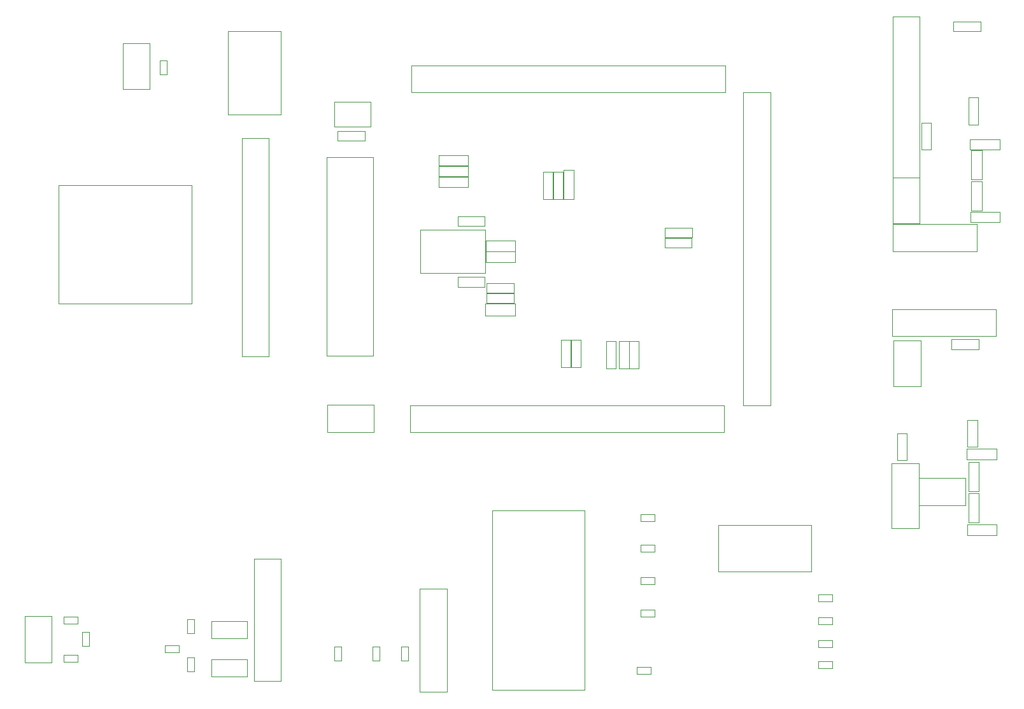
<source format=gbr>
G04 #@! TF.GenerationSoftware,KiCad,Pcbnew,5.0.1-33cea8e~68~ubuntu16.04.1*
G04 #@! TF.CreationDate,2018-10-22T20:59:01-07:00*
G04 #@! TF.ProjectId,integrated-board,696E74656772617465642D626F617264,rev?*
G04 #@! TF.SameCoordinates,Original*
G04 #@! TF.FileFunction,Other,User*
%FSLAX46Y46*%
G04 Gerber Fmt 4.6, Leading zero omitted, Abs format (unit mm)*
G04 Created by KiCad (PCBNEW 5.0.1-33cea8e~68~ubuntu16.04.1) date Mon 22 Oct 2018 08:59:01 PM PDT*
%MOMM*%
%LPD*%
G01*
G04 APERTURE LIST*
%ADD10C,0.050000*%
G04 APERTURE END LIST*
D10*
G04 #@! TO.C,J2*
X80880440Y-62466760D02*
X98580440Y-62466760D01*
X80880440Y-78166760D02*
X80880440Y-62466760D01*
X98580440Y-78166760D02*
X80880440Y-78166760D01*
X98580440Y-62466760D02*
X98580440Y-78166760D01*
G04 #@! TO.C,0k1*
X141583800Y-71225640D02*
X137673800Y-71225640D01*
X141583800Y-71225640D02*
X141583800Y-69825640D01*
X137673800Y-69825640D02*
X137673800Y-71225640D01*
X137673800Y-69825640D02*
X141583800Y-69825640D01*
G04 #@! TO.C,0k2*
X141593960Y-72653120D02*
X137683960Y-72653120D01*
X141593960Y-72653120D02*
X141593960Y-71253120D01*
X137683960Y-71253120D02*
X137683960Y-72653120D01*
X137683960Y-71253120D02*
X141593960Y-71253120D01*
G04 #@! TO.C,1uF1*
X137798400Y-76809840D02*
X141398400Y-76809840D01*
X137798400Y-76809840D02*
X137798400Y-78109840D01*
X141398400Y-78109840D02*
X141398400Y-76809840D01*
X141398400Y-78109840D02*
X137798400Y-78109840D01*
G04 #@! TO.C,1uF2*
X147954760Y-60699240D02*
X147954760Y-64299240D01*
X147954760Y-60699240D02*
X146654760Y-60699240D01*
X146654760Y-64299240D02*
X147954760Y-64299240D01*
X146654760Y-64299240D02*
X146654760Y-60699240D01*
G04 #@! TO.C,1uF3*
X147686000Y-86620800D02*
X147686000Y-83020800D01*
X147686000Y-86620800D02*
X148986000Y-86620800D01*
X148986000Y-83020800D02*
X147686000Y-83020800D01*
X148986000Y-83020800D02*
X148986000Y-86620800D01*
G04 #@! TO.C,1uF4*
X155427920Y-86803640D02*
X155427920Y-83203640D01*
X155427920Y-86803640D02*
X156727920Y-86803640D01*
X156727920Y-83203640D02*
X155427920Y-83203640D01*
X156727920Y-83203640D02*
X156727920Y-86803640D01*
G04 #@! TO.C,1uF5*
X165106760Y-69367160D02*
X161506760Y-69367160D01*
X165106760Y-69367160D02*
X165106760Y-68067160D01*
X161506760Y-68067160D02*
X161506760Y-69367160D01*
X161506760Y-68067160D02*
X165106760Y-68067160D01*
G04 #@! TO.C,4.7uF1*
X153690560Y-86808760D02*
X153690560Y-83208760D01*
X153690560Y-86808760D02*
X154990560Y-86808760D01*
X154990560Y-83208760D02*
X153690560Y-83208760D01*
X154990560Y-83208760D02*
X154990560Y-86808760D01*
G04 #@! TO.C,10k1*
X135345560Y-62716640D02*
X131435560Y-62716640D01*
X135345560Y-62716640D02*
X135345560Y-61316640D01*
X131435560Y-61316640D02*
X131435560Y-62716640D01*
X131435560Y-61316640D02*
X135345560Y-61316640D01*
G04 #@! TO.C,10k2*
X135345560Y-59815960D02*
X131435560Y-59815960D01*
X135345560Y-59815960D02*
X135345560Y-58415960D01*
X131435560Y-58415960D02*
X131435560Y-59815960D01*
X131435560Y-58415960D02*
X135345560Y-58415960D01*
G04 #@! TO.C,10k3*
X135345560Y-61258680D02*
X131435560Y-61258680D01*
X135345560Y-61258680D02*
X135345560Y-59858680D01*
X131435560Y-59858680D02*
X131435560Y-61258680D01*
X131435560Y-59858680D02*
X135345560Y-59858680D01*
G04 #@! TO.C,10k4*
X148022080Y-64309200D02*
X148022080Y-60399200D01*
X148022080Y-64309200D02*
X149422080Y-64309200D01*
X149422080Y-60399200D02*
X148022080Y-60399200D01*
X149422080Y-60399200D02*
X149422080Y-64309200D01*
G04 #@! TO.C,10nF1*
X137800940Y-75466180D02*
X141400940Y-75466180D01*
X137800940Y-75466180D02*
X137800940Y-76766180D01*
X141400940Y-76766180D02*
X141400940Y-75466180D01*
X141400940Y-76766180D02*
X137800940Y-76766180D01*
G04 #@! TO.C,22uH1*
X141618720Y-79758440D02*
X137618720Y-79758440D01*
X141618720Y-78158440D02*
X137618720Y-78158440D01*
X141618720Y-79758440D02*
X141618720Y-78158440D01*
X137618720Y-79758440D02*
X137618720Y-78158440D01*
G04 #@! TO.C,100nF1*
X121627000Y-56514760D02*
X118027000Y-56514760D01*
X121627000Y-56514760D02*
X121627000Y-55214760D01*
X118027000Y-55214760D02*
X118027000Y-56514760D01*
X118027000Y-55214760D02*
X121627000Y-55214760D01*
G04 #@! TO.C,100nF2*
X146598400Y-60699240D02*
X146598400Y-64299240D01*
X146598400Y-60699240D02*
X145298400Y-60699240D01*
X145298400Y-64299240D02*
X146598400Y-64299240D01*
X145298400Y-64299240D02*
X145298400Y-60699240D01*
G04 #@! TO.C,100nF3*
X149037280Y-86620800D02*
X149037280Y-83020800D01*
X149037280Y-86620800D02*
X150337280Y-86620800D01*
X150337280Y-83020800D02*
X149037280Y-83020800D01*
X150337280Y-83020800D02*
X150337280Y-86620800D01*
G04 #@! TO.C,100nF4*
X156753800Y-86803600D02*
X156753800Y-83203600D01*
X156753800Y-86803600D02*
X158053800Y-86803600D01*
X158053800Y-83203600D02*
X156753800Y-83203600D01*
X158053800Y-83203600D02*
X158053800Y-86803600D01*
G04 #@! TO.C,100nF5*
X165101680Y-70728600D02*
X161501680Y-70728600D01*
X165101680Y-70728600D02*
X165101680Y-69428600D01*
X161501680Y-69428600D02*
X161501680Y-70728600D01*
X161501680Y-69428600D02*
X165101680Y-69428600D01*
G04 #@! TO.C,C1*
X137563000Y-67888880D02*
X133963000Y-67888880D01*
X137563000Y-67888880D02*
X137563000Y-66588880D01*
X133963000Y-66588880D02*
X133963000Y-67888880D01*
X133963000Y-66588880D02*
X137563000Y-66588880D01*
G04 #@! TO.C,C2*
X137557920Y-75961000D02*
X133957920Y-75961000D01*
X137557920Y-75961000D02*
X137557920Y-74661000D01*
X133957920Y-74661000D02*
X133957920Y-75961000D01*
X133957920Y-74661000D02*
X137557920Y-74661000D01*
G04 #@! TO.C,J1*
X122704000Y-85162800D02*
X122704000Y-58712800D01*
X122704000Y-58712800D02*
X116554000Y-58712800D01*
X116554000Y-58712800D02*
X116554000Y-85162800D01*
X116554000Y-85162800D02*
X122704000Y-85162800D01*
G04 #@! TO.C,J3*
X175530920Y-91751560D02*
X175530920Y-50051560D01*
X175530920Y-50051560D02*
X171930920Y-50051560D01*
X171930920Y-50051560D02*
X171930920Y-91751560D01*
X171930920Y-91751560D02*
X175530920Y-91751560D01*
G04 #@! TO.C,J4*
X169546680Y-46480320D02*
X127846680Y-46480320D01*
X127846680Y-46480320D02*
X127846680Y-50080320D01*
X127846680Y-50080320D02*
X169546680Y-50080320D01*
X169546680Y-50080320D02*
X169546680Y-46480320D01*
G04 #@! TO.C,J5*
X127653640Y-95302480D02*
X169353640Y-95302480D01*
X169353640Y-95302480D02*
X169353640Y-91702480D01*
X169353640Y-91702480D02*
X127653640Y-91702480D01*
X127653640Y-91702480D02*
X127653640Y-95302480D01*
G04 #@! TO.C,J6*
X116665600Y-95287240D02*
X122815600Y-95287240D01*
X122815600Y-95287240D02*
X122815600Y-91687240D01*
X122815600Y-91687240D02*
X116665600Y-91687240D01*
X116665600Y-91687240D02*
X116665600Y-95287240D01*
G04 #@! TO.C,J9*
X105271480Y-56169400D02*
X105271480Y-85169400D01*
X105271480Y-85169400D02*
X108871480Y-85169400D01*
X108871480Y-85169400D02*
X108871480Y-56169400D01*
X108871480Y-56169400D02*
X105271480Y-56169400D01*
G04 #@! TO.C,SW1*
X117548960Y-54680120D02*
X122348960Y-54680120D01*
X122348960Y-54680120D02*
X122348960Y-51380120D01*
X122348960Y-51380120D02*
X117548960Y-51380120D01*
X117548960Y-51380120D02*
X117548960Y-54680120D01*
G04 #@! TO.C,Y1*
X137594120Y-74136840D02*
X137594120Y-68336840D01*
X137594120Y-68336840D02*
X128994120Y-68336840D01*
X128994120Y-68336840D02*
X128994120Y-74136840D01*
X128994120Y-74136840D02*
X137594120Y-74136840D01*
G04 #@! TO.C,C16*
X195625000Y-57725000D02*
X195625000Y-54125000D01*
X195625000Y-57725000D02*
X196925000Y-57725000D01*
X196925000Y-54125000D02*
X195625000Y-54125000D01*
X196925000Y-54125000D02*
X196925000Y-57725000D01*
G04 #@! TO.C,C17*
X203200000Y-50775000D02*
X203200000Y-54375000D01*
X203200000Y-50775000D02*
X201900000Y-50775000D01*
X201900000Y-54375000D02*
X203200000Y-54375000D01*
X201900000Y-54375000D02*
X201900000Y-50775000D01*
G04 #@! TO.C,C18*
X203475000Y-41950000D02*
X199875000Y-41950000D01*
X203475000Y-41950000D02*
X203475000Y-40650000D01*
X199875000Y-40650000D02*
X199875000Y-41950000D01*
X199875000Y-40650000D02*
X203475000Y-40650000D01*
G04 #@! TO.C,C19*
X192409080Y-99047980D02*
X192409080Y-95447980D01*
X192409080Y-99047980D02*
X193709080Y-99047980D01*
X193709080Y-95447980D02*
X192409080Y-95447980D01*
X193709080Y-95447980D02*
X193709080Y-99047980D01*
G04 #@! TO.C,C20*
X203046120Y-93642080D02*
X203046120Y-97242080D01*
X203046120Y-93642080D02*
X201746120Y-93642080D01*
X201746120Y-97242080D02*
X203046120Y-97242080D01*
X201746120Y-97242080D02*
X201746120Y-93642080D01*
G04 #@! TO.C,C21*
X203215720Y-84253100D02*
X199615720Y-84253100D01*
X203215720Y-84253100D02*
X203215720Y-82953100D01*
X199615720Y-82953100D02*
X199615720Y-84253100D01*
X199615720Y-82953100D02*
X203215720Y-82953100D01*
G04 #@! TO.C,J10*
X195522020Y-89202940D02*
X195522020Y-83052940D01*
X195522020Y-83052940D02*
X191922020Y-83052940D01*
X191922020Y-83052940D02*
X191922020Y-89202940D01*
X191922020Y-89202940D02*
X195522020Y-89202940D01*
G04 #@! TO.C,R5*
X206010000Y-57700000D02*
X202100000Y-57700000D01*
X206010000Y-57700000D02*
X206010000Y-56300000D01*
X202100000Y-56300000D02*
X202100000Y-57700000D01*
X202100000Y-56300000D02*
X206010000Y-56300000D01*
G04 #@! TO.C,R6*
X203652260Y-57787680D02*
X203652260Y-61697680D01*
X203652260Y-57787680D02*
X202252260Y-57787680D01*
X202252260Y-61697680D02*
X203652260Y-61697680D01*
X202252260Y-61697680D02*
X202252260Y-57787680D01*
G04 #@! TO.C,R7*
X205587840Y-98913180D02*
X201677840Y-98913180D01*
X205587840Y-98913180D02*
X205587840Y-97513180D01*
X201677840Y-97513180D02*
X201677840Y-98913180D01*
X201677840Y-97513180D02*
X205587840Y-97513180D01*
G04 #@! TO.C,R8*
X203258680Y-99280860D02*
X203258680Y-103190860D01*
X203258680Y-99280860D02*
X201858680Y-99280860D01*
X201858680Y-103190860D02*
X203258680Y-103190860D01*
X201858680Y-103190860D02*
X201858680Y-99280860D01*
G04 #@! TO.C,J7*
X201463080Y-101416980D02*
X195313080Y-101416980D01*
X195313080Y-101416980D02*
X195313080Y-105016980D01*
X195313080Y-105016980D02*
X201463080Y-105016980D01*
X201463080Y-105016980D02*
X201463080Y-101416980D01*
G04 #@! TO.C,J8*
X195400000Y-67550000D02*
X195400000Y-61400000D01*
X195400000Y-61400000D02*
X191800000Y-61400000D01*
X191800000Y-61400000D02*
X191800000Y-67550000D01*
X191800000Y-67550000D02*
X195400000Y-67550000D01*
G04 #@! TO.C,D4*
X201863760Y-107285180D02*
X201863760Y-103375180D01*
X201863760Y-107285180D02*
X203263760Y-107285180D01*
X203263760Y-103375180D02*
X201863760Y-103375180D01*
X203263760Y-103375180D02*
X203263760Y-107285180D01*
G04 #@! TO.C,D5*
X202264960Y-65820120D02*
X202264960Y-61910120D01*
X202264960Y-65820120D02*
X203664960Y-65820120D01*
X203664960Y-61910120D02*
X202264960Y-61910120D01*
X203664960Y-61910120D02*
X203664960Y-65820120D01*
G04 #@! TO.C,R9*
X205621040Y-108986820D02*
X201711040Y-108986820D01*
X205621040Y-108986820D02*
X205621040Y-107586820D01*
X201711040Y-107586820D02*
X201711040Y-108986820D01*
X201711040Y-107586820D02*
X205621040Y-107586820D01*
G04 #@! TO.C,R10*
X206027500Y-67384600D02*
X202117500Y-67384600D01*
X206027500Y-67384600D02*
X206027500Y-65984600D01*
X202117500Y-65984600D02*
X202117500Y-67384600D01*
X202117500Y-65984600D02*
X206027500Y-65984600D01*
G04 #@! TO.C,J13*
X191800000Y-71200000D02*
X203000000Y-71200000D01*
X203000000Y-71200000D02*
X203000000Y-67600000D01*
X203000000Y-67600000D02*
X191800000Y-67600000D01*
X191800000Y-67600000D02*
X191800000Y-71200000D01*
G04 #@! TO.C,J14*
X191749300Y-82527820D02*
X205499300Y-82527820D01*
X205499300Y-82527820D02*
X205499300Y-78927820D01*
X205499300Y-78927820D02*
X191749300Y-78927820D01*
X191749300Y-78927820D02*
X191749300Y-82527820D01*
G04 #@! TO.C,J12*
X191675640Y-99407840D02*
X191675640Y-108057840D01*
X191675640Y-108057840D02*
X195275640Y-108057840D01*
X195275640Y-108057840D02*
X195275640Y-99407840D01*
X195275640Y-99407840D02*
X191675640Y-99407840D01*
G04 #@! TO.C,J15*
X191800000Y-40040000D02*
X191800000Y-61390000D01*
X191800000Y-61390000D02*
X195400000Y-61390000D01*
X195400000Y-61390000D02*
X195400000Y-40040000D01*
X195400000Y-40040000D02*
X191800000Y-40040000D01*
G04 #@! TO.C,*
X110414900Y-53024240D02*
X103414900Y-53024240D01*
X110414900Y-53024240D02*
X110414900Y-41924240D01*
X103414900Y-41924240D02*
X103414900Y-53024240D01*
X103414900Y-41924240D02*
X110414900Y-41924240D01*
G04 #@! TO.C,C1*
X94364900Y-45849240D02*
X95304900Y-45849240D01*
X95304900Y-45849240D02*
X95304900Y-47709240D01*
X95304900Y-47709240D02*
X94364900Y-47709240D01*
X94364900Y-47709240D02*
X94364900Y-45849240D01*
G04 #@! TO.C,*
X93014900Y-43514240D02*
X89414900Y-43514240D01*
X89414900Y-43514240D02*
X89414900Y-49664240D01*
X89414900Y-49664240D02*
X93014900Y-49664240D01*
X93014900Y-49664240D02*
X93014900Y-43514240D01*
G04 #@! TO.C,JP2*
X132525080Y-116094560D02*
X128925080Y-116094560D01*
X132525080Y-129844560D02*
X132525080Y-116094560D01*
X128925080Y-129844560D02*
X132525080Y-129844560D01*
X128925080Y-116094560D02*
X128925080Y-129844560D01*
G04 #@! TO.C,C1*
X118495080Y-123799560D02*
X118495080Y-125659560D01*
X117555080Y-123799560D02*
X118495080Y-123799560D01*
X117555080Y-125659560D02*
X117555080Y-123799560D01*
X118495080Y-125659560D02*
X117555080Y-125659560D01*
G04 #@! TO.C,C2*
X123575080Y-125659560D02*
X122635080Y-125659560D01*
X122635080Y-125659560D02*
X122635080Y-123799560D01*
X122635080Y-123799560D02*
X123575080Y-123799560D01*
X123575080Y-123799560D02*
X123575080Y-125659560D01*
G04 #@! TO.C,R3*
X127385080Y-123799560D02*
X127385080Y-125659560D01*
X126445080Y-123799560D02*
X127385080Y-123799560D01*
X126445080Y-125659560D02*
X126445080Y-123799560D01*
X127385080Y-125659560D02*
X126445080Y-125659560D01*
G04 #@! TO.C,J2*
X168608300Y-107674160D02*
X168608300Y-113824160D01*
X168608300Y-113824160D02*
X180958300Y-113824160D01*
X180958300Y-113824160D02*
X180958300Y-107674160D01*
X180958300Y-107674160D02*
X168608300Y-107674160D01*
G04 #@! TO.C,C1*
X181924300Y-117818160D02*
X181924300Y-116878160D01*
X181924300Y-116878160D02*
X183784300Y-116878160D01*
X183784300Y-116878160D02*
X183784300Y-117818160D01*
X183784300Y-117818160D02*
X181924300Y-117818160D01*
G04 #@! TO.C,C2*
X183784300Y-120866160D02*
X181924300Y-120866160D01*
X183784300Y-119926160D02*
X183784300Y-120866160D01*
X181924300Y-119926160D02*
X183784300Y-119926160D01*
X181924300Y-120866160D02*
X181924300Y-119926160D01*
G04 #@! TO.C,C3*
X157794300Y-127470160D02*
X157794300Y-126530160D01*
X157794300Y-126530160D02*
X159654300Y-126530160D01*
X159654300Y-126530160D02*
X159654300Y-127470160D01*
X159654300Y-127470160D02*
X157794300Y-127470160D01*
G04 #@! TO.C,D1*
X158302300Y-115532160D02*
X158302300Y-114592160D01*
X158302300Y-114592160D02*
X160162300Y-114592160D01*
X160162300Y-114592160D02*
X160162300Y-115532160D01*
X160162300Y-115532160D02*
X158302300Y-115532160D01*
G04 #@! TO.C,D2*
X160162300Y-111214160D02*
X158302300Y-111214160D01*
X160162300Y-110274160D02*
X160162300Y-111214160D01*
X158302300Y-110274160D02*
X160162300Y-110274160D01*
X158302300Y-111214160D02*
X158302300Y-110274160D01*
G04 #@! TO.C,J1*
X150823301Y-105689161D02*
X138523301Y-105689161D01*
X138523301Y-105689161D02*
X138523301Y-129589161D01*
X138523301Y-129589161D02*
X150823301Y-129589161D01*
X150823301Y-129589161D02*
X150823301Y-105689161D01*
G04 #@! TO.C,R1*
X158302300Y-107150160D02*
X158302300Y-106210160D01*
X158302300Y-106210160D02*
X160162300Y-106210160D01*
X160162300Y-106210160D02*
X160162300Y-107150160D01*
X160162300Y-107150160D02*
X158302300Y-107150160D01*
G04 #@! TO.C,R2*
X181924300Y-126708160D02*
X181924300Y-125768160D01*
X181924300Y-125768160D02*
X183784300Y-125768160D01*
X183784300Y-125768160D02*
X183784300Y-126708160D01*
X183784300Y-126708160D02*
X181924300Y-126708160D01*
G04 #@! TO.C,R3*
X160162300Y-119850160D02*
X158302300Y-119850160D01*
X160162300Y-118910160D02*
X160162300Y-119850160D01*
X158302300Y-118910160D02*
X160162300Y-118910160D01*
X158302300Y-119850160D02*
X158302300Y-118910160D01*
G04 #@! TO.C,R4*
X183784300Y-123914160D02*
X181924300Y-123914160D01*
X183784300Y-122974160D02*
X183784300Y-123914160D01*
X181924300Y-122974160D02*
X183784300Y-122974160D01*
X181924300Y-123914160D02*
X181924300Y-122974160D01*
G04 #@! TO.C,C1*
X84062480Y-121894880D02*
X85002480Y-121894880D01*
X85002480Y-121894880D02*
X85002480Y-123754880D01*
X85002480Y-123754880D02*
X84062480Y-123754880D01*
X84062480Y-123754880D02*
X84062480Y-121894880D01*
G04 #@! TO.C,C2*
X96892480Y-124564880D02*
X95032480Y-124564880D01*
X96892480Y-123624880D02*
X96892480Y-124564880D01*
X95032480Y-123624880D02*
X96892480Y-123624880D01*
X95032480Y-124564880D02*
X95032480Y-123624880D01*
G04 #@! TO.C,J1*
X76382480Y-119754880D02*
X76382480Y-125904880D01*
X76382480Y-125904880D02*
X79982480Y-125904880D01*
X79982480Y-125904880D02*
X79982480Y-119754880D01*
X79982480Y-119754880D02*
X76382480Y-119754880D01*
G04 #@! TO.C,J2*
X106862480Y-112134880D02*
X110412480Y-112134880D01*
X110412480Y-112134880D02*
X110412480Y-128384880D01*
X110412480Y-128384880D02*
X106862480Y-128384880D01*
X106862480Y-128384880D02*
X106862480Y-112134880D01*
G04 #@! TO.C,L1*
X83407480Y-119814880D02*
X83407480Y-120754880D01*
X83407480Y-120754880D02*
X81547480Y-120754880D01*
X81547480Y-120754880D02*
X81547480Y-119814880D01*
X81547480Y-119814880D02*
X83407480Y-119814880D01*
G04 #@! TO.C,L2*
X81547480Y-124894880D02*
X83407480Y-124894880D01*
X81547480Y-125834880D02*
X81547480Y-124894880D01*
X83407480Y-125834880D02*
X81547480Y-125834880D01*
X83407480Y-124894880D02*
X83407480Y-125834880D01*
G04 #@! TO.C,R1*
X98032480Y-125219880D02*
X98972480Y-125219880D01*
X98972480Y-125219880D02*
X98972480Y-127079880D01*
X98972480Y-127079880D02*
X98032480Y-127079880D01*
X98032480Y-127079880D02*
X98032480Y-125219880D01*
G04 #@! TO.C,R2*
X98032480Y-121999880D02*
X98032480Y-120139880D01*
X98972480Y-121999880D02*
X98032480Y-121999880D01*
X98972480Y-120139880D02*
X98972480Y-121999880D01*
X98032480Y-120139880D02*
X98972480Y-120139880D01*
G04 #@! TO.C,D1*
X105932480Y-127784880D02*
X105932480Y-125484880D01*
X101232480Y-125484880D02*
X105932480Y-125484880D01*
X101232480Y-127784880D02*
X101232480Y-125484880D01*
X105932480Y-127784880D02*
X101232480Y-127784880D01*
G04 #@! TO.C,D2*
X105932480Y-122704880D02*
X101232480Y-122704880D01*
X101232480Y-122704880D02*
X101232480Y-120404880D01*
X101232480Y-120404880D02*
X105932480Y-120404880D01*
X105932480Y-122704880D02*
X105932480Y-120404880D01*
G04 #@! TD*
M02*

</source>
